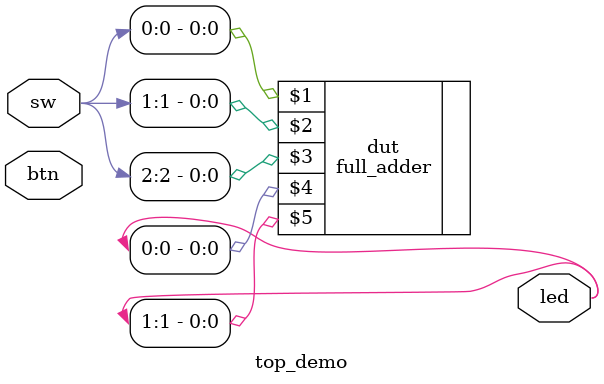
<source format=sv>
`timescale 1ns / 1ps


module top_demo
(
  input  logic [3:0] sw,
  input  logic [3:0] btn,
  output logic [7:0] led
);
  full_adder dut (sw[0], sw[1], sw[2], led[0], led[1]);

endmodule

</source>
